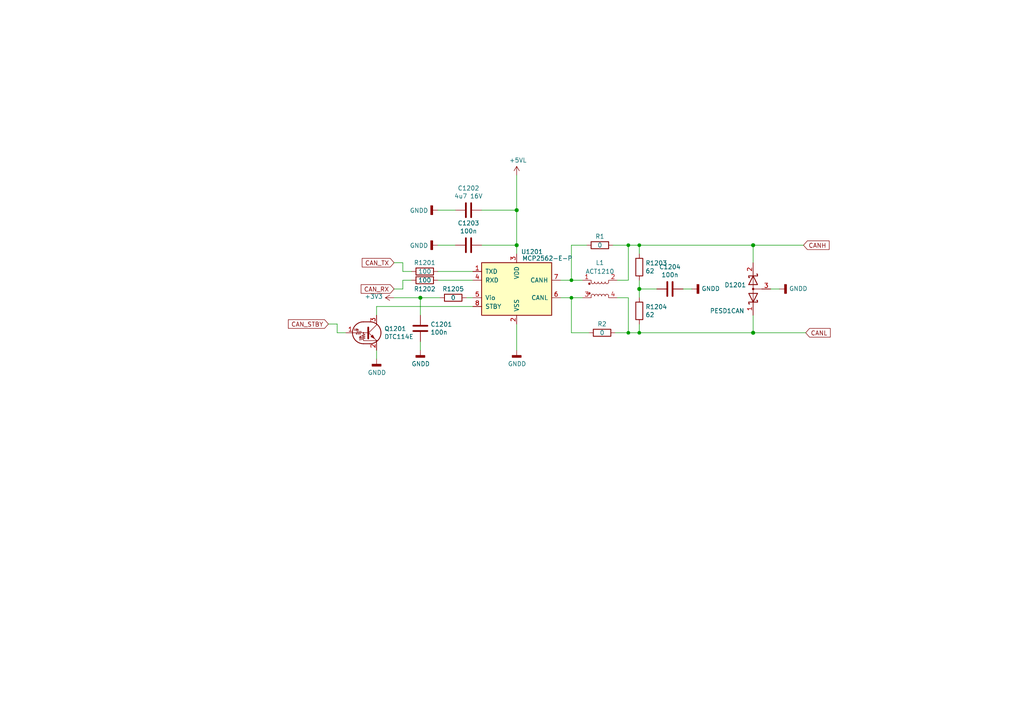
<source format=kicad_sch>
(kicad_sch (version 20211123) (generator eeschema)

  (uuid 15f83d0c-db03-4924-9ff2-ef8da436b605)

  (paper "A4")

  (lib_symbols
    (symbol "Device:C" (pin_numbers hide) (pin_names (offset 0.254)) (in_bom yes) (on_board yes)
      (property "Reference" "C" (id 0) (at 0.635 2.54 0)
        (effects (font (size 1.27 1.27)) (justify left))
      )
      (property "Value" "C" (id 1) (at 0.635 -2.54 0)
        (effects (font (size 1.27 1.27)) (justify left))
      )
      (property "Footprint" "" (id 2) (at 0.9652 -3.81 0)
        (effects (font (size 1.27 1.27)) hide)
      )
      (property "Datasheet" "~" (id 3) (at 0 0 0)
        (effects (font (size 1.27 1.27)) hide)
      )
      (property "ki_keywords" "cap capacitor" (id 4) (at 0 0 0)
        (effects (font (size 1.27 1.27)) hide)
      )
      (property "ki_description" "Unpolarized capacitor" (id 5) (at 0 0 0)
        (effects (font (size 1.27 1.27)) hide)
      )
      (property "ki_fp_filters" "C_*" (id 6) (at 0 0 0)
        (effects (font (size 1.27 1.27)) hide)
      )
      (symbol "C_0_1"
        (polyline
          (pts
            (xy -2.032 -0.762)
            (xy 2.032 -0.762)
          )
          (stroke (width 0.508) (type default) (color 0 0 0 0))
          (fill (type none))
        )
        (polyline
          (pts
            (xy -2.032 0.762)
            (xy 2.032 0.762)
          )
          (stroke (width 0.508) (type default) (color 0 0 0 0))
          (fill (type none))
        )
      )
      (symbol "C_1_1"
        (pin passive line (at 0 3.81 270) (length 2.794)
          (name "~" (effects (font (size 1.27 1.27))))
          (number "1" (effects (font (size 1.27 1.27))))
        )
        (pin passive line (at 0 -3.81 90) (length 2.794)
          (name "~" (effects (font (size 1.27 1.27))))
          (number "2" (effects (font (size 1.27 1.27))))
        )
      )
    )
    (symbol "Device:D_Schottky_x2_ACom_KKA" (pin_names (offset 0.762) hide) (in_bom yes) (on_board yes)
      (property "Reference" "D" (id 0) (at 1.27 -2.54 0)
        (effects (font (size 1.27 1.27)))
      )
      (property "Value" "D_Schottky_x2_ACom_KKA" (id 1) (at 0 2.54 0)
        (effects (font (size 1.27 1.27)))
      )
      (property "Footprint" "" (id 2) (at 0 0 0)
        (effects (font (size 1.27 1.27)) hide)
      )
      (property "Datasheet" "~" (id 3) (at 0 0 0)
        (effects (font (size 1.27 1.27)) hide)
      )
      (property "ki_keywords" "diode" (id 4) (at 0 0 0)
        (effects (font (size 1.27 1.27)) hide)
      )
      (property "ki_description" "Dual Schottky diode, common anode on pin 3" (id 5) (at 0 0 0)
        (effects (font (size 1.27 1.27)) hide)
      )
      (symbol "D_Schottky_x2_ACom_KKA_0_1"
        (polyline
          (pts
            (xy -3.556 0)
            (xy 3.81 0)
          )
          (stroke (width 0) (type default) (color 0 0 0 0))
          (fill (type none))
        )
        (polyline
          (pts
            (xy 0 0)
            (xy 0 -2.54)
          )
          (stroke (width 0) (type default) (color 0 0 0 0))
          (fill (type none))
        )
        (polyline
          (pts
            (xy -3.81 1.27)
            (xy -3.81 -1.27)
            (xy -3.81 -1.27)
          )
          (stroke (width 0.254) (type default) (color 0 0 0 0))
          (fill (type none))
        )
        (polyline
          (pts
            (xy 3.81 1.27)
            (xy 3.81 -1.27)
            (xy 3.81 -1.27)
          )
          (stroke (width 0.254) (type default) (color 0 0 0 0))
          (fill (type none))
        )
        (polyline
          (pts
            (xy -3.81 1.27)
            (xy -4.318 1.27)
            (xy -4.318 1.016)
            (xy -4.318 1.016)
          )
          (stroke (width 0.254) (type default) (color 0 0 0 0))
          (fill (type none))
        )
        (polyline
          (pts
            (xy 3.81 -1.27)
            (xy 4.318 -1.27)
            (xy 4.318 -1.016)
            (xy 4.318 -1.016)
          )
          (stroke (width 0.254) (type default) (color 0 0 0 0))
          (fill (type none))
        )
        (polyline
          (pts
            (xy 3.81 1.27)
            (xy 3.302 1.27)
            (xy 3.302 1.016)
            (xy 3.302 1.016)
          )
          (stroke (width 0.254) (type default) (color 0 0 0 0))
          (fill (type none))
        )
        (polyline
          (pts
            (xy -3.302 -1.016)
            (xy -3.302 -1.27)
            (xy -3.81 -1.27)
            (xy -3.81 -1.27)
            (xy -3.81 -1.27)
          )
          (stroke (width 0.254) (type default) (color 0 0 0 0))
          (fill (type none))
        )
        (polyline
          (pts
            (xy -1.27 -1.27)
            (xy -3.81 0)
            (xy -1.27 1.27)
            (xy -1.27 -1.27)
            (xy -1.27 -1.27)
            (xy -1.27 -1.27)
          )
          (stroke (width 0.254) (type default) (color 0 0 0 0))
          (fill (type none))
        )
        (polyline
          (pts
            (xy 1.27 1.27)
            (xy 3.81 0)
            (xy 1.27 -1.27)
            (xy 1.27 1.27)
            (xy 1.27 1.27)
            (xy 1.27 1.27)
          )
          (stroke (width 0.254) (type default) (color 0 0 0 0))
          (fill (type none))
        )
        (circle (center 0 0) (radius 0.254)
          (stroke (width 0) (type default) (color 0 0 0 0))
          (fill (type outline))
        )
        (pin passive line (at -7.62 0 0) (length 3.81)
          (name "K" (effects (font (size 1.27 1.27))))
          (number "1" (effects (font (size 1.27 1.27))))
        )
        (pin passive line (at 7.62 0 180) (length 3.81)
          (name "K" (effects (font (size 1.27 1.27))))
          (number "2" (effects (font (size 1.27 1.27))))
        )
        (pin passive line (at 0 -5.08 90) (length 2.54)
          (name "A" (effects (font (size 1.27 1.27))))
          (number "3" (effects (font (size 1.27 1.27))))
        )
      )
    )
    (symbol "Device:L_Coupled" (pin_names (offset 0.254) hide) (in_bom yes) (on_board yes)
      (property "Reference" "L" (id 0) (at 0 4.445 0)
        (effects (font (size 1.27 1.27)))
      )
      (property "Value" "L_Coupled" (id 1) (at 0 -4.445 0)
        (effects (font (size 1.27 1.27)))
      )
      (property "Footprint" "" (id 2) (at 0 0 0)
        (effects (font (size 1.27 1.27)) hide)
      )
      (property "Datasheet" "~" (id 3) (at 0 0 0)
        (effects (font (size 1.27 1.27)) hide)
      )
      (property "ki_keywords" "inductor choke coil reactor magnetic coupled" (id 4) (at 0 0 0)
        (effects (font (size 1.27 1.27)) hide)
      )
      (property "ki_description" "Coupled inductor" (id 5) (at 0 0 0)
        (effects (font (size 1.27 1.27)) hide)
      )
      (property "ki_fp_filters" "Choke_* *Coil* Inductor_* L_*" (id 6) (at 0 0 0)
        (effects (font (size 1.27 1.27)) hide)
      )
      (symbol "L_Coupled_0_1"
        (circle (center -3.048 -1.27) (radius 0.254)
          (stroke (width 0) (type default) (color 0 0 0 0))
          (fill (type outline))
        )
        (circle (center -3.048 1.524) (radius 0.254)
          (stroke (width 0) (type default) (color 0 0 0 0))
          (fill (type outline))
        )
        (arc (start -2.54 2.032) (mid -2.032 1.524) (end -1.524 2.032)
          (stroke (width 0) (type default) (color 0 0 0 0))
          (fill (type none))
        )
        (arc (start -1.524 -2.032) (mid -2.032 -1.524) (end -2.54 -2.032)
          (stroke (width 0) (type default) (color 0 0 0 0))
          (fill (type none))
        )
        (arc (start -1.524 2.032) (mid -1.016 1.524) (end -0.508 2.032)
          (stroke (width 0) (type default) (color 0 0 0 0))
          (fill (type none))
        )
        (arc (start -0.508 -2.032) (mid -1.016 -1.524) (end -1.524 -2.032)
          (stroke (width 0) (type default) (color 0 0 0 0))
          (fill (type none))
        )
        (arc (start -0.508 2.032) (mid 0 1.524) (end 0.508 2.032)
          (stroke (width 0) (type default) (color 0 0 0 0))
          (fill (type none))
        )
        (polyline
          (pts
            (xy -2.54 -2.032)
            (xy -2.54 -2.54)
          )
          (stroke (width 0) (type default) (color 0 0 0 0))
          (fill (type none))
        )
        (polyline
          (pts
            (xy -2.54 2.032)
            (xy -2.54 2.54)
          )
          (stroke (width 0) (type default) (color 0 0 0 0))
          (fill (type none))
        )
        (polyline
          (pts
            (xy 2.54 -2.032)
            (xy 2.54 -2.54)
          )
          (stroke (width 0) (type default) (color 0 0 0 0))
          (fill (type none))
        )
        (polyline
          (pts
            (xy 2.54 2.54)
            (xy 2.54 2.032)
          )
          (stroke (width 0) (type default) (color 0 0 0 0))
          (fill (type none))
        )
        (arc (start 0.508 -2.032) (mid 0 -1.524) (end -0.508 -2.032)
          (stroke (width 0) (type default) (color 0 0 0 0))
          (fill (type none))
        )
        (arc (start 0.508 2.032) (mid 1.016 1.524) (end 1.524 2.032)
          (stroke (width 0) (type default) (color 0 0 0 0))
          (fill (type none))
        )
        (arc (start 1.524 -2.032) (mid 1.016 -1.524) (end 0.508 -2.032)
          (stroke (width 0) (type default) (color 0 0 0 0))
          (fill (type none))
        )
        (arc (start 1.524 2.032) (mid 2.032 1.524) (end 2.54 2.032)
          (stroke (width 0) (type default) (color 0 0 0 0))
          (fill (type none))
        )
        (arc (start 2.54 -2.032) (mid 2.032 -1.524) (end 1.524 -2.032)
          (stroke (width 0) (type default) (color 0 0 0 0))
          (fill (type none))
        )
      )
      (symbol "L_Coupled_1_1"
        (pin passive line (at -5.08 2.54 0) (length 2.54)
          (name "1" (effects (font (size 1.27 1.27))))
          (number "1" (effects (font (size 1.27 1.27))))
        )
        (pin passive line (at 5.08 2.54 180) (length 2.54)
          (name "2" (effects (font (size 1.27 1.27))))
          (number "2" (effects (font (size 1.27 1.27))))
        )
        (pin passive line (at -5.08 -2.54 0) (length 2.54)
          (name "3" (effects (font (size 1.27 1.27))))
          (number "3" (effects (font (size 1.27 1.27))))
        )
        (pin passive line (at 5.08 -2.54 180) (length 2.54)
          (name "4" (effects (font (size 1.27 1.27))))
          (number "4" (effects (font (size 1.27 1.27))))
        )
      )
    )
    (symbol "Device:R" (pin_numbers hide) (pin_names (offset 0)) (in_bom yes) (on_board yes)
      (property "Reference" "R" (id 0) (at 2.032 0 90)
        (effects (font (size 1.27 1.27)))
      )
      (property "Value" "R" (id 1) (at 0 0 90)
        (effects (font (size 1.27 1.27)))
      )
      (property "Footprint" "" (id 2) (at -1.778 0 90)
        (effects (font (size 1.27 1.27)) hide)
      )
      (property "Datasheet" "~" (id 3) (at 0 0 0)
        (effects (font (size 1.27 1.27)) hide)
      )
      (property "ki_keywords" "R res resistor" (id 4) (at 0 0 0)
        (effects (font (size 1.27 1.27)) hide)
      )
      (property "ki_description" "Resistor" (id 5) (at 0 0 0)
        (effects (font (size 1.27 1.27)) hide)
      )
      (property "ki_fp_filters" "R_*" (id 6) (at 0 0 0)
        (effects (font (size 1.27 1.27)) hide)
      )
      (symbol "R_0_1"
        (rectangle (start -1.016 -2.54) (end 1.016 2.54)
          (stroke (width 0.254) (type default) (color 0 0 0 0))
          (fill (type none))
        )
      )
      (symbol "R_1_1"
        (pin passive line (at 0 3.81 270) (length 1.27)
          (name "~" (effects (font (size 1.27 1.27))))
          (number "1" (effects (font (size 1.27 1.27))))
        )
        (pin passive line (at 0 -3.81 90) (length 1.27)
          (name "~" (effects (font (size 1.27 1.27))))
          (number "2" (effects (font (size 1.27 1.27))))
        )
      )
    )
    (symbol "Interface_CAN_LIN:MCP2562-E-P" (pin_names (offset 1.016)) (in_bom yes) (on_board yes)
      (property "Reference" "U" (id 0) (at -10.16 8.89 0)
        (effects (font (size 1.27 1.27)) (justify left))
      )
      (property "Value" "MCP2562-E-P" (id 1) (at 2.54 8.89 0)
        (effects (font (size 1.27 1.27)) (justify left))
      )
      (property "Footprint" "Package_DIP:DIP-8_W7.62mm" (id 2) (at 0 -12.7 0)
        (effects (font (size 1.27 1.27) italic) hide)
      )
      (property "Datasheet" "http://ww1.microchip.com/downloads/en/DeviceDoc/25167A.pdf" (id 3) (at 0 0 0)
        (effects (font (size 1.27 1.27)) hide)
      )
      (property "ki_keywords" "High-Speed CAN Transceiver" (id 4) (at 0 0 0)
        (effects (font (size 1.27 1.27)) hide)
      )
      (property "ki_description" "High-Speed CAN Transceiver, 1Mbps, 5V supply, Vio pin, -40C to +125C, DIP-8" (id 5) (at 0 0 0)
        (effects (font (size 1.27 1.27)) hide)
      )
      (property "ki_fp_filters" "DIP*W7.62mm*" (id 6) (at 0 0 0)
        (effects (font (size 1.27 1.27)) hide)
      )
      (symbol "MCP2562-E-P_0_1"
        (rectangle (start -10.16 7.62) (end 10.16 -7.62)
          (stroke (width 0.254) (type default) (color 0 0 0 0))
          (fill (type background))
        )
      )
      (symbol "MCP2562-E-P_1_1"
        (pin input line (at -12.7 5.08 0) (length 2.54)
          (name "TXD" (effects (font (size 1.27 1.27))))
          (number "1" (effects (font (size 1.27 1.27))))
        )
        (pin power_in line (at 0 -10.16 90) (length 2.54)
          (name "VSS" (effects (font (size 1.27 1.27))))
          (number "2" (effects (font (size 1.27 1.27))))
        )
        (pin power_in line (at 0 10.16 270) (length 2.54)
          (name "VDD" (effects (font (size 1.27 1.27))))
          (number "3" (effects (font (size 1.27 1.27))))
        )
        (pin output line (at -12.7 2.54 0) (length 2.54)
          (name "RXD" (effects (font (size 1.27 1.27))))
          (number "4" (effects (font (size 1.27 1.27))))
        )
        (pin power_in line (at -12.7 -2.54 0) (length 2.54)
          (name "Vio" (effects (font (size 1.27 1.27))))
          (number "5" (effects (font (size 1.27 1.27))))
        )
        (pin bidirectional line (at 12.7 -2.54 180) (length 2.54)
          (name "CANL" (effects (font (size 1.27 1.27))))
          (number "6" (effects (font (size 1.27 1.27))))
        )
        (pin bidirectional line (at 12.7 2.54 180) (length 2.54)
          (name "CANH" (effects (font (size 1.27 1.27))))
          (number "7" (effects (font (size 1.27 1.27))))
        )
        (pin input line (at -12.7 -5.08 0) (length 2.54)
          (name "STBY" (effects (font (size 1.27 1.27))))
          (number "8" (effects (font (size 1.27 1.27))))
        )
      )
    )
    (symbol "Transistor_BJT:DTC114E" (pin_names (offset 0) hide) (in_bom yes) (on_board yes)
      (property "Reference" "Q" (id 0) (at 5.08 1.905 0)
        (effects (font (size 1.27 1.27)) (justify left))
      )
      (property "Value" "DTC114E" (id 1) (at 5.08 0 0)
        (effects (font (size 1.27 1.27)) (justify left))
      )
      (property "Footprint" "" (id 2) (at 0 0 0)
        (effects (font (size 1.27 1.27)) (justify left) hide)
      )
      (property "Datasheet" "" (id 3) (at 0 0 0)
        (effects (font (size 1.27 1.27)) (justify left) hide)
      )
      (property "ki_keywords" "ROHM Digital NPN Transistor" (id 4) (at 0 0 0)
        (effects (font (size 1.27 1.27)) hide)
      )
      (property "ki_description" "Digital NPN Transistor, 10k/10k, SOT-23" (id 5) (at 0 0 0)
        (effects (font (size 1.27 1.27)) hide)
      )
      (property "ki_fp_filters" "SOT?23* SC?59*" (id 6) (at 0 0 0)
        (effects (font (size 1.27 1.27)) hide)
      )
      (symbol "DTC114E_0_0"
        (text "10k" (at -3.302 0.889 0)
          (effects (font (size 0.508 0.508)))
        )
        (text "10k" (at -2.159 -1.524 900)
          (effects (font (size 0.508 0.508)))
        )
      )
      (symbol "DTC114E_0_1"
        (circle (center -1.27 0) (radius 0.127)
          (stroke (width 0) (type default) (color 0 0 0 0))
          (fill (type none))
        )
        (arc (start -1.27 3.175) (mid -4.445 0) (end -1.27 -3.175)
          (stroke (width 0.254) (type default) (color 0 0 0 0))
          (fill (type none))
        )
        (polyline
          (pts
            (xy -3.429 0)
            (xy -3.81 0)
          )
          (stroke (width 0) (type default) (color 0 0 0 0))
          (fill (type none))
        )
        (polyline
          (pts
            (xy -1.27 -3.175)
            (xy 0.635 -3.175)
          )
          (stroke (width 0.254) (type default) (color 0 0 0 0))
          (fill (type none))
        )
        (polyline
          (pts
            (xy -1.27 3.175)
            (xy 0.635 3.175)
          )
          (stroke (width 0.254) (type default) (color 0 0 0 0))
          (fill (type none))
        )
        (polyline
          (pts
            (xy 0 -0.254)
            (xy 2.54 2.286)
          )
          (stroke (width 0) (type default) (color 0 0 0 0))
          (fill (type none))
        )
        (polyline
          (pts
            (xy 0.127 1.524)
            (xy 0.127 -1.651)
          )
          (stroke (width 0.508) (type default) (color 0 0 0 0))
          (fill (type outline))
        )
        (polyline
          (pts
            (xy 2.54 2.286)
            (xy 2.54 2.54)
          )
          (stroke (width 0) (type default) (color 0 0 0 0))
          (fill (type none))
        )
        (polyline
          (pts
            (xy 2.54 -2.286)
            (xy 0 0.254)
            (xy 0 0.254)
          )
          (stroke (width 0) (type default) (color 0 0 0 0))
          (fill (type none))
        )
        (polyline
          (pts
            (xy 0.889 -1.143)
            (xy 1.397 -0.635)
            (xy 1.905 -1.651)
            (xy 0.889 -1.143)
          )
          (stroke (width 0) (type default) (color 0 0 0 0))
          (fill (type outline))
        )
        (polyline
          (pts
            (xy 0 0)
            (xy -1.905 0)
            (xy -2.032 0.508)
            (xy -2.286 -0.508)
            (xy -2.54 0.508)
            (xy -2.794 -0.508)
            (xy -3.048 0.508)
            (xy -3.302 -0.508)
            (xy -3.429 0)
          )
          (stroke (width 0) (type default) (color 0 0 0 0))
          (fill (type none))
        )
        (polyline
          (pts
            (xy -1.27 0)
            (xy -1.27 -0.381)
            (xy -0.762 -0.508)
            (xy -1.778 -0.762)
            (xy -0.762 -1.016)
            (xy -1.778 -1.27)
            (xy -0.762 -1.524)
            (xy -1.778 -1.778)
            (xy -1.27 -1.905)
            (xy -1.27 -2.286)
            (xy 2.54 -2.286)
          )
          (stroke (width 0) (type default) (color 0 0 0 0))
          (fill (type none))
        )
        (arc (start 0.635 -3.175) (mid 3.81 0) (end 0.635 3.175)
          (stroke (width 0.254) (type default) (color 0 0 0 0))
          (fill (type none))
        )
        (circle (center 2.54 -2.286) (radius 0.127)
          (stroke (width 0) (type default) (color 0 0 0 0))
          (fill (type none))
        )
      )
      (symbol "DTC114E_1_1"
        (pin input line (at -6.35 0 0) (length 2.54)
          (name "B" (effects (font (size 1.27 1.27))))
          (number "1" (effects (font (size 1.27 1.27))))
        )
        (pin passive line (at 2.54 -5.08 90) (length 2.54)
          (name "E" (effects (font (size 1.27 1.27))))
          (number "2" (effects (font (size 1.27 1.27))))
        )
        (pin passive line (at 2.54 5.08 270) (length 2.54)
          (name "C" (effects (font (size 1.27 1.27))))
          (number "3" (effects (font (size 1.27 1.27))))
        )
      )
    )
    (symbol "power:+3V3" (power) (pin_names (offset 0)) (in_bom yes) (on_board yes)
      (property "Reference" "#PWR" (id 0) (at 0 -3.81 0)
        (effects (font (size 1.27 1.27)) hide)
      )
      (property "Value" "+3V3" (id 1) (at 0 3.556 0)
        (effects (font (size 1.27 1.27)))
      )
      (property "Footprint" "" (id 2) (at 0 0 0)
        (effects (font (size 1.27 1.27)) hide)
      )
      (property "Datasheet" "" (id 3) (at 0 0 0)
        (effects (font (size 1.27 1.27)) hide)
      )
      (property "ki_keywords" "power-flag" (id 4) (at 0 0 0)
        (effects (font (size 1.27 1.27)) hide)
      )
      (property "ki_description" "Power symbol creates a global label with name \"+3V3\"" (id 5) (at 0 0 0)
        (effects (font (size 1.27 1.27)) hide)
      )
      (symbol "+3V3_0_1"
        (polyline
          (pts
            (xy -0.762 1.27)
            (xy 0 2.54)
          )
          (stroke (width 0) (type default) (color 0 0 0 0))
          (fill (type none))
        )
        (polyline
          (pts
            (xy 0 0)
            (xy 0 2.54)
          )
          (stroke (width 0) (type default) (color 0 0 0 0))
          (fill (type none))
        )
        (polyline
          (pts
            (xy 0 2.54)
            (xy 0.762 1.27)
          )
          (stroke (width 0) (type default) (color 0 0 0 0))
          (fill (type none))
        )
      )
      (symbol "+3V3_1_1"
        (pin power_in line (at 0 0 90) (length 0) hide
          (name "+3V3" (effects (font (size 1.27 1.27))))
          (number "1" (effects (font (size 1.27 1.27))))
        )
      )
    )
    (symbol "power:+5VL" (power) (pin_names (offset 0)) (in_bom yes) (on_board yes)
      (property "Reference" "#PWR" (id 0) (at 0 -3.81 0)
        (effects (font (size 1.27 1.27)) hide)
      )
      (property "Value" "+5VL" (id 1) (at 0 3.556 0)
        (effects (font (size 1.27 1.27)))
      )
      (property "Footprint" "" (id 2) (at 0 0 0)
        (effects (font (size 1.27 1.27)) hide)
      )
      (property "Datasheet" "" (id 3) (at 0 0 0)
        (effects (font (size 1.27 1.27)) hide)
      )
      (property "ki_keywords" "power-flag" (id 4) (at 0 0 0)
        (effects (font (size 1.27 1.27)) hide)
      )
      (property "ki_description" "Power symbol creates a global label with name \"+5VL\"" (id 5) (at 0 0 0)
        (effects (font (size 1.27 1.27)) hide)
      )
      (symbol "+5VL_0_1"
        (polyline
          (pts
            (xy -0.762 1.27)
            (xy 0 2.54)
          )
          (stroke (width 0) (type default) (color 0 0 0 0))
          (fill (type none))
        )
        (polyline
          (pts
            (xy 0 0)
            (xy 0 2.54)
          )
          (stroke (width 0) (type default) (color 0 0 0 0))
          (fill (type none))
        )
        (polyline
          (pts
            (xy 0 2.54)
            (xy 0.762 1.27)
          )
          (stroke (width 0) (type default) (color 0 0 0 0))
          (fill (type none))
        )
      )
      (symbol "+5VL_1_1"
        (pin power_in line (at 0 0 90) (length 0) hide
          (name "+5VL" (effects (font (size 1.27 1.27))))
          (number "1" (effects (font (size 1.27 1.27))))
        )
      )
    )
    (symbol "power:GNDD" (power) (pin_names (offset 0)) (in_bom yes) (on_board yes)
      (property "Reference" "#PWR" (id 0) (at 0 -6.35 0)
        (effects (font (size 1.27 1.27)) hide)
      )
      (property "Value" "GNDD" (id 1) (at 0 -3.175 0)
        (effects (font (size 1.27 1.27)))
      )
      (property "Footprint" "" (id 2) (at 0 0 0)
        (effects (font (size 1.27 1.27)) hide)
      )
      (property "Datasheet" "" (id 3) (at 0 0 0)
        (effects (font (size 1.27 1.27)) hide)
      )
      (property "ki_keywords" "power-flag" (id 4) (at 0 0 0)
        (effects (font (size 1.27 1.27)) hide)
      )
      (property "ki_description" "Power symbol creates a global label with name \"GNDD\" , digital ground" (id 5) (at 0 0 0)
        (effects (font (size 1.27 1.27)) hide)
      )
      (symbol "GNDD_0_1"
        (rectangle (start -1.27 -1.524) (end 1.27 -2.032)
          (stroke (width 0.254) (type default) (color 0 0 0 0))
          (fill (type outline))
        )
        (polyline
          (pts
            (xy 0 0)
            (xy 0 -1.524)
          )
          (stroke (width 0) (type default) (color 0 0 0 0))
          (fill (type none))
        )
      )
      (symbol "GNDD_1_1"
        (pin power_in line (at 0 0 270) (length 0) hide
          (name "GNDD" (effects (font (size 1.27 1.27))))
          (number "1" (effects (font (size 1.27 1.27))))
        )
      )
    )
  )

  (junction (at 182.245 96.52) (diameter 0) (color 0 0 0 0)
    (uuid 40c8e655-7341-4885-8c8d-7b5167388112)
  )
  (junction (at 165.735 81.28) (diameter 0) (color 0 0 0 0)
    (uuid 424f4081-7ea5-4682-9340-63ad3b63825a)
  )
  (junction (at 165.735 86.36) (diameter 0) (color 0 0 0 0)
    (uuid 534369cd-0130-4870-b9b2-eeaea5bdaf34)
  )
  (junction (at 218.44 96.52) (diameter 1.016) (color 0 0 0 0)
    (uuid 579729ba-6b2c-4fb1-bf6f-1ae1a84fcc04)
  )
  (junction (at 218.44 71.12) (diameter 1.016) (color 0 0 0 0)
    (uuid 61f4e7f9-83ae-434a-8197-1793ca31e5d3)
  )
  (junction (at 185.42 71.12) (diameter 0) (color 0 0 0 0)
    (uuid 63d618ab-b14e-4d8b-b4b9-93250a810480)
  )
  (junction (at 149.86 60.96) (diameter 1.016) (color 0 0 0 0)
    (uuid 719421a3-64ab-42be-82c4-287bbaf79c49)
  )
  (junction (at 149.86 71.12) (diameter 1.016) (color 0 0 0 0)
    (uuid 8a319a49-da7c-4605-9edc-b6b88d6dcace)
  )
  (junction (at 185.42 96.52) (diameter 0) (color 0 0 0 0)
    (uuid c861cf8a-31e4-47f9-9d70-ba48e4f39ce1)
  )
  (junction (at 121.92 86.36) (diameter 1.016) (color 0 0 0 0)
    (uuid e69e58e8-a6b9-465f-ac96-56108c089b42)
  )
  (junction (at 185.42 83.82) (diameter 1.016) (color 0 0 0 0)
    (uuid ea452b47-2f32-4dcb-9278-cfa8a910bc64)
  )
  (junction (at 182.245 71.12) (diameter 0) (color 0 0 0 0)
    (uuid f5fd901d-bb62-4aaa-95cf-27f5d0887927)
  )

  (wire (pts (xy 162.56 86.36) (xy 165.735 86.36))
    (stroke (width 0) (type solid) (color 0 0 0 0))
    (uuid 0d9b90bc-2f75-423d-b0dc-65f8ab62b3a8)
  )
  (wire (pts (xy 165.735 86.36) (xy 168.91 86.36))
    (stroke (width 0) (type solid) (color 0 0 0 0))
    (uuid 0d9b90bc-2f75-423d-b0dc-65f8ab62b3a9)
  )
  (wire (pts (xy 95.25 93.98) (xy 97.79 93.98))
    (stroke (width 0) (type solid) (color 0 0 0 0))
    (uuid 192f7d9b-7db2-44a5-b8dc-c2de99f80ae4)
  )
  (wire (pts (xy 190.5 83.82) (xy 185.42 83.82))
    (stroke (width 0) (type solid) (color 0 0 0 0))
    (uuid 1c1f603b-2094-43c4-a699-d36bb664edfd)
  )
  (wire (pts (xy 132.08 60.96) (xy 127 60.96))
    (stroke (width 0) (type solid) (color 0 0 0 0))
    (uuid 23586062-e8dc-4c32-aa04-fd54522ac330)
  )
  (wire (pts (xy 218.44 96.52) (xy 233.68 96.52))
    (stroke (width 0) (type solid) (color 0 0 0 0))
    (uuid 24869e35-72f4-4186-a3bc-a2b8cd86ac92)
  )
  (wire (pts (xy 121.92 99.06) (xy 121.92 101.6))
    (stroke (width 0) (type solid) (color 0 0 0 0))
    (uuid 280791f6-f3fc-4816-b352-d6af85c49bd5)
  )
  (wire (pts (xy 185.42 71.12) (xy 185.42 73.66))
    (stroke (width 0) (type solid) (color 0 0 0 0))
    (uuid 33d02b63-81b5-45a2-a45a-efb3061e3ab2)
  )
  (wire (pts (xy 218.44 71.12) (xy 185.42 71.12))
    (stroke (width 0) (type solid) (color 0 0 0 0))
    (uuid 375ff0d7-fe3d-49d7-b98a-8471d8c09af5)
  )
  (wire (pts (xy 109.22 88.9) (xy 109.22 91.44))
    (stroke (width 0) (type solid) (color 0 0 0 0))
    (uuid 378379a8-eebe-4bd0-93cb-8e2fb5fe838d)
  )
  (wire (pts (xy 182.245 71.12) (xy 185.42 71.12))
    (stroke (width 0) (type solid) (color 0 0 0 0))
    (uuid 3940b8e0-d8be-449e-bfb0-e179723e3da6)
  )
  (wire (pts (xy 114.3 76.2) (xy 116.84 76.2))
    (stroke (width 0) (type solid) (color 0 0 0 0))
    (uuid 3ba8dd9e-4b70-450a-84f3-d798a63afe19)
  )
  (wire (pts (xy 179.07 81.28) (xy 182.245 81.28))
    (stroke (width 0) (type solid) (color 0 0 0 0))
    (uuid 434feaa0-7811-48c6-a3a3-4566e43ddb21)
  )
  (wire (pts (xy 182.245 81.28) (xy 182.245 71.12))
    (stroke (width 0) (type solid) (color 0 0 0 0))
    (uuid 434feaa0-7811-48c6-a3a3-4566e43ddb22)
  )
  (wire (pts (xy 165.735 71.12) (xy 165.735 81.28))
    (stroke (width 0) (type solid) (color 0 0 0 0))
    (uuid 43edc818-a7df-4eb8-a335-d81a65fee33b)
  )
  (wire (pts (xy 178.435 96.52) (xy 182.245 96.52))
    (stroke (width 0) (type solid) (color 0 0 0 0))
    (uuid 4b175004-b5de-466e-918d-3b92266ce3fb)
  )
  (wire (pts (xy 114.3 83.82) (xy 116.84 83.82))
    (stroke (width 0) (type solid) (color 0 0 0 0))
    (uuid 4d13f567-8916-4fdf-9fed-4635ed9a0050)
  )
  (wire (pts (xy 137.16 88.9) (xy 109.22 88.9))
    (stroke (width 0) (type solid) (color 0 0 0 0))
    (uuid 4fbaab0c-328b-4f45-b309-afeefbe133dc)
  )
  (wire (pts (xy 218.44 76.2) (xy 218.44 71.12))
    (stroke (width 0) (type solid) (color 0 0 0 0))
    (uuid 5131c30c-f133-4c25-9be0-11cb157e0207)
  )
  (wire (pts (xy 149.86 71.12) (xy 149.86 73.66))
    (stroke (width 0) (type solid) (color 0 0 0 0))
    (uuid 5591d041-72d4-4d6e-a5c7-664e32f7817a)
  )
  (wire (pts (xy 97.79 96.52) (xy 100.33 96.52))
    (stroke (width 0) (type solid) (color 0 0 0 0))
    (uuid 61599d9f-0edc-4b69-8f2b-5cd929ddcb16)
  )
  (wire (pts (xy 121.92 86.36) (xy 121.92 91.44))
    (stroke (width 0) (type solid) (color 0 0 0 0))
    (uuid 68e586fe-546c-43f5-8b11-9a4efc100911)
  )
  (wire (pts (xy 139.7 60.96) (xy 149.86 60.96))
    (stroke (width 0) (type solid) (color 0 0 0 0))
    (uuid 6edd7275-3972-4175-b12e-8ba65877ccee)
  )
  (wire (pts (xy 149.86 60.96) (xy 149.86 71.12))
    (stroke (width 0) (type solid) (color 0 0 0 0))
    (uuid 7bdcf942-dad6-4880-b18d-a02237b01dd5)
  )
  (wire (pts (xy 135.255 86.36) (xy 137.16 86.36))
    (stroke (width 0) (type solid) (color 0 0 0 0))
    (uuid 8219bdc7-69a5-45dd-9950-84cf5f4dae06)
  )
  (wire (pts (xy 114.3 86.36) (xy 121.92 86.36))
    (stroke (width 0) (type solid) (color 0 0 0 0))
    (uuid 899aa9f8-2439-4098-afbf-1184cc3480e1)
  )
  (wire (pts (xy 177.8 71.12) (xy 182.245 71.12))
    (stroke (width 0) (type solid) (color 0 0 0 0))
    (uuid 8a696076-6aff-4b75-b6a4-5dcf712a8fea)
  )
  (wire (pts (xy 226.06 83.82) (xy 223.52 83.82))
    (stroke (width 0) (type solid) (color 0 0 0 0))
    (uuid 8bf5be56-f299-49fb-81d4-b5c0c9035393)
  )
  (wire (pts (xy 218.44 71.12) (xy 233.045 71.12))
    (stroke (width 0) (type solid) (color 0 0 0 0))
    (uuid 8f58bf01-c9fd-4877-aaaf-ed72a1fb669a)
  )
  (wire (pts (xy 97.79 93.98) (xy 97.79 96.52))
    (stroke (width 0) (type solid) (color 0 0 0 0))
    (uuid 8fddaafc-7baa-46cb-a1aa-429aad63d29d)
  )
  (wire (pts (xy 185.42 96.52) (xy 185.42 93.98))
    (stroke (width 0) (type solid) (color 0 0 0 0))
    (uuid 97b796c5-518d-48a8-95c2-45d048d3cede)
  )
  (wire (pts (xy 132.08 71.12) (xy 127 71.12))
    (stroke (width 0) (type solid) (color 0 0 0 0))
    (uuid 9e72423c-7d58-4d4b-90cd-2eb3bbf02cb8)
  )
  (wire (pts (xy 182.245 96.52) (xy 185.42 96.52))
    (stroke (width 0) (type solid) (color 0 0 0 0))
    (uuid aec16eac-f5e1-47bd-82e6-f64d7e48a537)
  )
  (wire (pts (xy 116.84 76.2) (xy 116.84 78.74))
    (stroke (width 0) (type solid) (color 0 0 0 0))
    (uuid b454f7e1-0893-40fc-966b-917b66784d58)
  )
  (wire (pts (xy 109.22 101.6) (xy 109.22 104.14))
    (stroke (width 0) (type solid) (color 0 0 0 0))
    (uuid b91f8e25-beef-45c2-8af0-5d5eae04f74c)
  )
  (wire (pts (xy 200.66 83.82) (xy 198.12 83.82))
    (stroke (width 0) (type solid) (color 0 0 0 0))
    (uuid c6c2cf16-3f49-43ed-a846-662f520cd81a)
  )
  (wire (pts (xy 116.84 78.74) (xy 119.38 78.74))
    (stroke (width 0) (type solid) (color 0 0 0 0))
    (uuid cab61576-d076-43eb-88f0-56af87c1f06c)
  )
  (wire (pts (xy 170.18 71.12) (xy 165.735 71.12))
    (stroke (width 0) (type solid) (color 0 0 0 0))
    (uuid cc61fbcb-5693-4c79-ada9-5162ce2aed35)
  )
  (wire (pts (xy 165.735 86.36) (xy 165.735 96.52))
    (stroke (width 0) (type solid) (color 0 0 0 0))
    (uuid d166f835-970e-4639-a84c-2a09958a12e9)
  )
  (wire (pts (xy 170.815 96.52) (xy 165.735 96.52))
    (stroke (width 0) (type solid) (color 0 0 0 0))
    (uuid d3dada30-8552-4289-a141-ab2e47086839)
  )
  (wire (pts (xy 121.92 86.36) (xy 127.635 86.36))
    (stroke (width 0) (type solid) (color 0 0 0 0))
    (uuid d47b19a2-9f9a-4e6b-9ba8-b0a06921f225)
  )
  (wire (pts (xy 218.44 96.52) (xy 185.42 96.52))
    (stroke (width 0) (type solid) (color 0 0 0 0))
    (uuid d665820e-426b-4e7e-b783-8edc463cb865)
  )
  (wire (pts (xy 185.42 81.28) (xy 185.42 83.82))
    (stroke (width 0) (type solid) (color 0 0 0 0))
    (uuid d97c3f56-b82c-4a19-b78c-02523352108e)
  )
  (wire (pts (xy 149.86 50.8) (xy 149.86 60.96))
    (stroke (width 0) (type solid) (color 0 0 0 0))
    (uuid dc14138d-7952-4950-abc0-c7c7d8c15797)
  )
  (wire (pts (xy 149.86 101.6) (xy 149.86 93.98))
    (stroke (width 0) (type solid) (color 0 0 0 0))
    (uuid de742e32-2aeb-4885-827d-dcadc74bbdc5)
  )
  (wire (pts (xy 185.42 83.82) (xy 185.42 86.36))
    (stroke (width 0) (type solid) (color 0 0 0 0))
    (uuid e107784f-0014-430c-a8ba-da5dcbfa110f)
  )
  (wire (pts (xy 116.84 81.28) (xy 119.38 81.28))
    (stroke (width 0) (type solid) (color 0 0 0 0))
    (uuid e1b60110-e15a-44fb-9bb4-1e36e2e11fb9)
  )
  (wire (pts (xy 179.07 86.36) (xy 182.245 86.36))
    (stroke (width 0) (type solid) (color 0 0 0 0))
    (uuid e97183b9-0e86-4942-a7e0-4f07a19538fd)
  )
  (wire (pts (xy 182.245 86.36) (xy 182.245 96.52))
    (stroke (width 0) (type solid) (color 0 0 0 0))
    (uuid e97183b9-0e86-4942-a7e0-4f07a19538fe)
  )
  (wire (pts (xy 162.56 81.28) (xy 165.735 81.28))
    (stroke (width 0) (type solid) (color 0 0 0 0))
    (uuid ebe52962-7df3-4464-ad03-30a1127465c7)
  )
  (wire (pts (xy 165.735 81.28) (xy 168.91 81.28))
    (stroke (width 0) (type solid) (color 0 0 0 0))
    (uuid ebe52962-7df3-4464-ad03-30a1127465c8)
  )
  (wire (pts (xy 116.84 83.82) (xy 116.84 81.28))
    (stroke (width 0) (type solid) (color 0 0 0 0))
    (uuid eec4c6ea-ba1e-4d68-8385-d27e0e28d9d2)
  )
  (wire (pts (xy 127 81.28) (xy 137.16 81.28))
    (stroke (width 0) (type solid) (color 0 0 0 0))
    (uuid f4a62a1f-2e7a-495b-be31-4a536b7c3fa7)
  )
  (wire (pts (xy 218.44 91.44) (xy 218.44 96.52))
    (stroke (width 0) (type solid) (color 0 0 0 0))
    (uuid f5ded51a-cda0-4545-9746-90d10d676c90)
  )
  (wire (pts (xy 139.7 71.12) (xy 149.86 71.12))
    (stroke (width 0) (type solid) (color 0 0 0 0))
    (uuid fc5879f9-d62f-4a5d-9a22-6a6dd980003f)
  )
  (wire (pts (xy 127 78.74) (xy 137.16 78.74))
    (stroke (width 0) (type solid) (color 0 0 0 0))
    (uuid fe109981-4c07-4274-a314-940e02682d98)
  )

  (global_label "CANH" (shape input) (at 233.045 71.12 0) (fields_autoplaced)
    (effects (font (size 1.27 1.27)) (justify left))
    (uuid 79cdc0c3-22f4-40fb-a4e1-c81f45597fdf)
    (property "Intersheet References" "${INTERSHEET_REFS}" (id 0) (at 240.4776 71.0406 0)
      (effects (font (size 1.27 1.27)) (justify left) hide)
    )
  )
  (global_label "CAN_RX" (shape input) (at 114.3 83.82 180)
    (effects (font (size 1.27 1.27)) (justify right))
    (uuid 805bd284-8816-485a-aef2-5540aaa79968)
    (property "Intersheet References" "${INTERSHEET_REFS}" (id 0) (at 115.2133 83.7406 0)
      (effects (font (size 1.27 1.27)) (justify left) hide)
    )
  )
  (global_label "CAN_TX" (shape input) (at 114.3 76.2 180)
    (effects (font (size 1.27 1.27)) (justify right))
    (uuid a9157d90-08fb-4e29-93c4-6b5ff88ebc9d)
    (property "Intersheet References" "${INTERSHEET_REFS}" (id 0) (at 114.9109 76.1206 0)
      (effects (font (size 1.27 1.27)) (justify left) hide)
    )
  )
  (global_label "CANL" (shape input) (at 233.68 96.52 0) (fields_autoplaced)
    (effects (font (size 1.27 1.27)) (justify left))
    (uuid bf62e36c-f08e-4d14-b309-197e04cfb6e0)
    (property "Intersheet References" "${INTERSHEET_REFS}" (id 0) (at 240.8102 96.4406 0)
      (effects (font (size 1.27 1.27)) (justify left) hide)
    )
  )
  (global_label "CAN_STBY" (shape input) (at 95.25 93.98 180)
    (effects (font (size 1.27 1.27)) (justify right))
    (uuid cf9d810b-3c99-4dde-8e66-c0578192e6d6)
    (property "Intersheet References" "${INTERSHEET_REFS}" (id 0) (at 82.1205 93.9006 0)
      (effects (font (size 1.27 1.27)) (justify right) hide)
    )
  )

  (symbol (lib_id "Interface_CAN_LIN:MCP2562-E-P") (at 149.86 83.82 0) (unit 1)
    (in_bom yes) (on_board yes)
    (uuid 00000000-0000-0000-0000-0000605a7634)
    (property "Reference" "U1201" (id 0) (at 154.305 73.025 0))
    (property "Value" "MCP2562-E-P" (id 1) (at 158.75 74.93 0))
    (property "Footprint" "Package_SO:SOIC-8_3.9x4.9mm_P1.27mm" (id 2) (at 149.86 96.52 0)
      (effects (font (size 1.27 1.27) italic) hide)
    )
    (property "Datasheet" "http://ww1.microchip.com/downloads/en/DeviceDoc/25167A.pdf" (id 3) (at 149.86 83.82 0)
      (effects (font (size 1.27 1.27)) hide)
    )
    (pin "1" (uuid 504f120f-a191-47b8-8d08-056095e71a11))
    (pin "2" (uuid 9c7415c9-daff-44f4-87a3-9f5cb1c0b15d))
    (pin "3" (uuid cacfa632-06b0-40ad-a4ca-7ae937fedaaf))
    (pin "4" (uuid 5b032f1a-249b-45a3-aa54-fd3e8a50eed9))
    (pin "5" (uuid 1dbf9422-2d5c-4dd9-a8ff-2d6f12bad8f3))
    (pin "6" (uuid c42b03fb-fa30-4634-9b68-dfff88d2d9fe))
    (pin "7" (uuid 8e1aa47d-139b-417f-bafa-6d8f54d70626))
    (pin "8" (uuid 8b792188-c3ae-43a0-a712-4b6e9c4e5cff))
  )

  (symbol (lib_id "Device:C") (at 135.89 71.12 270) (unit 1)
    (in_bom yes) (on_board yes)
    (uuid 00000000-0000-0000-0000-0000605a7fa4)
    (property "Reference" "C1203" (id 0) (at 135.89 64.7192 90))
    (property "Value" "100n" (id 1) (at 135.89 67.0306 90))
    (property "Footprint" "Capacitor_SMD:C_0603_1608Metric" (id 2) (at 132.08 72.0852 0)
      (effects (font (size 1.27 1.27)) hide)
    )
    (property "Datasheet" "~" (id 3) (at 135.89 71.12 0)
      (effects (font (size 1.27 1.27)) hide)
    )
    (pin "1" (uuid 9115a5b4-861b-47b1-95b7-fedfe3a4b651))
    (pin "2" (uuid 20d534ca-24d1-4831-a77f-9eb02f99597f))
  )

  (symbol (lib_id "Device:C") (at 121.92 95.25 180) (unit 1)
    (in_bom yes) (on_board yes)
    (uuid 00000000-0000-0000-0000-0000605a9acb)
    (property "Reference" "C1201" (id 0) (at 124.841 94.0816 0)
      (effects (font (size 1.27 1.27)) (justify right))
    )
    (property "Value" "100n" (id 1) (at 124.841 96.393 0)
      (effects (font (size 1.27 1.27)) (justify right))
    )
    (property "Footprint" "Capacitor_SMD:C_0603_1608Metric" (id 2) (at 120.9548 91.44 0)
      (effects (font (size 1.27 1.27)) hide)
    )
    (property "Datasheet" "~" (id 3) (at 121.92 95.25 0)
      (effects (font (size 1.27 1.27)) hide)
    )
    (pin "1" (uuid 2d9a6fdc-e5bd-41bc-a3af-a17d44a85361))
    (pin "2" (uuid 312ca7f5-798b-4da8-998f-74b325b4fdb9))
  )

  (symbol (lib_id "power:GNDD") (at 121.92 101.6 0) (unit 1)
    (in_bom yes) (on_board yes)
    (uuid 00000000-0000-0000-0000-0000605aaa09)
    (property "Reference" "#PWR01205" (id 0) (at 121.92 107.95 0)
      (effects (font (size 1.27 1.27)) hide)
    )
    (property "Value" "GNDD" (id 1) (at 122.0216 105.537 0))
    (property "Footprint" "" (id 2) (at 121.92 101.6 0)
      (effects (font (size 1.27 1.27)) hide)
    )
    (property "Datasheet" "" (id 3) (at 121.92 101.6 0)
      (effects (font (size 1.27 1.27)) hide)
    )
    (pin "1" (uuid 4d83bdc0-d6c5-4fa6-bb0f-68494d182620))
  )

  (symbol (lib_id "power:GNDD") (at 127 71.12 270) (unit 1)
    (in_bom yes) (on_board yes)
    (uuid 00000000-0000-0000-0000-0000605ab653)
    (property "Reference" "#PWR01204" (id 0) (at 120.65 71.12 0)
      (effects (font (size 1.27 1.27)) hide)
    )
    (property "Value" "GNDD" (id 1) (at 124.206 71.2216 90)
      (effects (font (size 1.27 1.27)) (justify right))
    )
    (property "Footprint" "" (id 2) (at 127 71.12 0)
      (effects (font (size 1.27 1.27)) hide)
    )
    (property "Datasheet" "" (id 3) (at 127 71.12 0)
      (effects (font (size 1.27 1.27)) hide)
    )
    (pin "1" (uuid cd630b3e-50be-4e87-b9d8-91b54daac056))
  )

  (symbol (lib_id "power:GNDD") (at 149.86 101.6 0) (unit 1)
    (in_bom yes) (on_board yes)
    (uuid 00000000-0000-0000-0000-0000605ac128)
    (property "Reference" "#PWR01207" (id 0) (at 149.86 107.95 0)
      (effects (font (size 1.27 1.27)) hide)
    )
    (property "Value" "GNDD" (id 1) (at 149.9616 105.537 0))
    (property "Footprint" "" (id 2) (at 149.86 101.6 0)
      (effects (font (size 1.27 1.27)) hide)
    )
    (property "Datasheet" "" (id 3) (at 149.86 101.6 0)
      (effects (font (size 1.27 1.27)) hide)
    )
    (pin "1" (uuid 539a1dbd-1af4-49ae-92a8-3b26a3dd1d95))
  )

  (symbol (lib_id "Device:R") (at 185.42 77.47 0) (unit 1)
    (in_bom yes) (on_board yes)
    (uuid 00000000-0000-0000-0000-0000605aca7a)
    (property "Reference" "R1203" (id 0) (at 187.198 76.3016 0)
      (effects (font (size 1.27 1.27)) (justify left))
    )
    (property "Value" "62" (id 1) (at 187.198 78.613 0)
      (effects (font (size 1.27 1.27)) (justify left))
    )
    (property "Footprint" "Resistor_SMD:R_1206_3216Metric" (id 2) (at 183.642 77.47 90)
      (effects (font (size 1.27 1.27)) hide)
    )
    (property "Datasheet" "~" (id 3) (at 185.42 77.47 0)
      (effects (font (size 1.27 1.27)) hide)
    )
    (pin "1" (uuid 2a42c65f-29b8-46da-bec0-6f3763c8b069))
    (pin "2" (uuid 1d669166-7815-4e93-8209-bc783a813a4e))
  )

  (symbol (lib_id "Device:R") (at 185.42 90.17 0) (unit 1)
    (in_bom yes) (on_board yes)
    (uuid 00000000-0000-0000-0000-0000605adf54)
    (property "Reference" "R1204" (id 0) (at 187.198 89.0016 0)
      (effects (font (size 1.27 1.27)) (justify left))
    )
    (property "Value" "62" (id 1) (at 187.198 91.313 0)
      (effects (font (size 1.27 1.27)) (justify left))
    )
    (property "Footprint" "Resistor_SMD:R_1206_3216Metric" (id 2) (at 183.642 90.17 90)
      (effects (font (size 1.27 1.27)) hide)
    )
    (property "Datasheet" "~" (id 3) (at 185.42 90.17 0)
      (effects (font (size 1.27 1.27)) hide)
    )
    (pin "1" (uuid 6ec194d2-544b-4bd3-9312-525611e917b1))
    (pin "2" (uuid 824263be-5e02-413b-8893-20db9717f97f))
  )

  (symbol (lib_id "Device:C") (at 194.31 83.82 270) (unit 1)
    (in_bom yes) (on_board yes)
    (uuid 00000000-0000-0000-0000-0000605ae6fc)
    (property "Reference" "C1204" (id 0) (at 194.31 77.4192 90))
    (property "Value" "100n" (id 1) (at 194.31 79.7306 90))
    (property "Footprint" "Capacitor_SMD:C_0603_1608Metric" (id 2) (at 190.5 84.7852 0)
      (effects (font (size 1.27 1.27)) hide)
    )
    (property "Datasheet" "~" (id 3) (at 194.31 83.82 0)
      (effects (font (size 1.27 1.27)) hide)
    )
    (pin "1" (uuid 5a57af28-277a-4be9-95cf-ccf96161029a))
    (pin "2" (uuid 675605c2-2b35-4fea-a51d-2131857cb1ec))
  )

  (symbol (lib_id "power:GNDD") (at 200.66 83.82 90) (unit 1)
    (in_bom yes) (on_board yes)
    (uuid 00000000-0000-0000-0000-0000605afbc9)
    (property "Reference" "#PWR01208" (id 0) (at 207.01 83.82 0)
      (effects (font (size 1.27 1.27)) hide)
    )
    (property "Value" "GNDD" (id 1) (at 203.454 83.7184 90)
      (effects (font (size 1.27 1.27)) (justify right))
    )
    (property "Footprint" "" (id 2) (at 200.66 83.82 0)
      (effects (font (size 1.27 1.27)) hide)
    )
    (property "Datasheet" "" (id 3) (at 200.66 83.82 0)
      (effects (font (size 1.27 1.27)) hide)
    )
    (pin "1" (uuid fa812cb0-04dd-419a-a2ce-788010a3854b))
  )

  (symbol (lib_id "Device:D_Schottky_x2_ACom_KKA") (at 218.44 83.82 90) (unit 1)
    (in_bom yes) (on_board yes)
    (uuid 00000000-0000-0000-0000-0000605b1827)
    (property "Reference" "D1201" (id 0) (at 216.4334 82.6516 90)
      (effects (font (size 1.27 1.27)) (justify left))
    )
    (property "Value" "PESD1CAN" (id 1) (at 215.9 90.17 90)
      (effects (font (size 1.27 1.27)) (justify left))
    )
    (property "Footprint" "Package_TO_SOT_SMD:SOT-23" (id 2) (at 218.44 83.82 0)
      (effects (font (size 1.27 1.27)) hide)
    )
    (property "Datasheet" "~" (id 3) (at 218.44 83.82 0)
      (effects (font (size 1.27 1.27)) hide)
    )
    (pin "1" (uuid 1a75f64b-9cdb-4441-a347-3ff4e618f912))
    (pin "2" (uuid 8cf7cb46-e47a-4b25-9679-2778b9f5aa56))
    (pin "3" (uuid ff4467d0-006b-4a52-ad17-345b7bb7fe51))
  )

  (symbol (lib_id "power:GNDD") (at 226.06 83.82 90) (unit 1)
    (in_bom yes) (on_board yes)
    (uuid 00000000-0000-0000-0000-0000605b3188)
    (property "Reference" "#PWR01209" (id 0) (at 232.41 83.82 0)
      (effects (font (size 1.27 1.27)) hide)
    )
    (property "Value" "GNDD" (id 1) (at 228.854 83.7184 90)
      (effects (font (size 1.27 1.27)) (justify right))
    )
    (property "Footprint" "" (id 2) (at 226.06 83.82 0)
      (effects (font (size 1.27 1.27)) hide)
    )
    (property "Datasheet" "" (id 3) (at 226.06 83.82 0)
      (effects (font (size 1.27 1.27)) hide)
    )
    (pin "1" (uuid 4e7279f7-d8ad-407e-8046-7cf7dfda7b8e))
  )

  (symbol (lib_id "Transistor_BJT:DTC114E") (at 106.68 96.52 0) (unit 1)
    (in_bom yes) (on_board yes)
    (uuid 00000000-0000-0000-0000-0000605b5557)
    (property "Reference" "Q1201" (id 0) (at 111.4552 95.3516 0)
      (effects (font (size 1.27 1.27)) (justify left))
    )
    (property "Value" "DTC114E" (id 1) (at 111.4552 97.663 0)
      (effects (font (size 1.27 1.27)) (justify left))
    )
    (property "Footprint" "Package_TO_SOT_SMD:SOT-23" (id 2) (at 106.68 96.52 0)
      (effects (font (size 1.27 1.27)) (justify left) hide)
    )
    (property "Datasheet" "" (id 3) (at 106.68 96.52 0)
      (effects (font (size 1.27 1.27)) (justify left) hide)
    )
    (pin "1" (uuid 9b6182f0-54e6-47ee-bc62-33a4543cdc76))
    (pin "2" (uuid 0a5582e6-2ed9-47b5-ab9f-d486a16dfc94))
    (pin "3" (uuid 0a77f6a7-c620-45f3-bd74-952cf6e73121))
  )

  (symbol (lib_id "power:+3V3") (at 114.3 86.36 90) (unit 1)
    (in_bom yes) (on_board yes)
    (uuid 00000000-0000-0000-0000-0000605b9be8)
    (property "Reference" "#PWR01202" (id 0) (at 118.11 86.36 0)
      (effects (font (size 1.27 1.27)) hide)
    )
    (property "Value" "+3V3" (id 1) (at 111.0488 85.979 90)
      (effects (font (size 1.27 1.27)) (justify left))
    )
    (property "Footprint" "" (id 2) (at 114.3 86.36 0)
      (effects (font (size 1.27 1.27)) hide)
    )
    (property "Datasheet" "" (id 3) (at 114.3 86.36 0)
      (effects (font (size 1.27 1.27)) hide)
    )
    (pin "1" (uuid a25dcdb5-5541-473a-94fa-1cd680c6b86b))
  )

  (symbol (lib_id "power:GNDD") (at 109.22 104.14 0) (unit 1)
    (in_bom yes) (on_board yes)
    (uuid 00000000-0000-0000-0000-0000605bb7de)
    (property "Reference" "#PWR01201" (id 0) (at 109.22 110.49 0)
      (effects (font (size 1.27 1.27)) hide)
    )
    (property "Value" "GNDD" (id 1) (at 109.3216 108.077 0))
    (property "Footprint" "" (id 2) (at 109.22 104.14 0)
      (effects (font (size 1.27 1.27)) hide)
    )
    (property "Datasheet" "" (id 3) (at 109.22 104.14 0)
      (effects (font (size 1.27 1.27)) hide)
    )
    (pin "1" (uuid 9cf8fab7-2ef5-482b-b120-22c505b75877))
  )

  (symbol (lib_id "Device:R") (at 123.19 78.74 270) (unit 1)
    (in_bom yes) (on_board yes)
    (uuid 00000000-0000-0000-0000-0000605bcbfd)
    (property "Reference" "R1201" (id 0) (at 123.19 76.2 90))
    (property "Value" "100" (id 1) (at 123.19 78.74 90))
    (property "Footprint" "Resistor_SMD:R_0603_1608Metric" (id 2) (at 123.19 76.962 90)
      (effects (font (size 1.27 1.27)) hide)
    )
    (property "Datasheet" "~" (id 3) (at 123.19 78.74 0)
      (effects (font (size 1.27 1.27)) hide)
    )
    (pin "1" (uuid d16f8a56-e81c-4f5b-b7bb-ad6fc772407c))
    (pin "2" (uuid 61675b23-bce5-4912-8d71-041a43f8435c))
  )

  (symbol (lib_id "Device:R") (at 123.19 81.28 90) (unit 1)
    (in_bom yes) (on_board yes)
    (uuid 00000000-0000-0000-0000-0000605bd9c8)
    (property "Reference" "R1202" (id 0) (at 123.19 83.82 90))
    (property "Value" "100" (id 1) (at 123.19 81.28 90))
    (property "Footprint" "Resistor_SMD:R_0603_1608Metric" (id 2) (at 123.19 83.058 90)
      (effects (font (size 1.27 1.27)) hide)
    )
    (property "Datasheet" "~" (id 3) (at 123.19 81.28 0)
      (effects (font (size 1.27 1.27)) hide)
    )
    (pin "1" (uuid 02118c07-3499-45c3-a0c6-88e685230851))
    (pin "2" (uuid cf33d3bb-1832-4d0d-a96b-bf0a8ac46c6a))
  )

  (symbol (lib_id "power:GNDD") (at 127 60.96 270) (unit 1)
    (in_bom yes) (on_board yes)
    (uuid 00000000-0000-0000-0000-00006063c265)
    (property "Reference" "#PWR01203" (id 0) (at 120.65 60.96 0)
      (effects (font (size 1.27 1.27)) hide)
    )
    (property "Value" "GNDD" (id 1) (at 124.206 61.0616 90)
      (effects (font (size 1.27 1.27)) (justify right))
    )
    (property "Footprint" "" (id 2) (at 127 60.96 0)
      (effects (font (size 1.27 1.27)) hide)
    )
    (property "Datasheet" "" (id 3) (at 127 60.96 0)
      (effects (font (size 1.27 1.27)) hide)
    )
    (pin "1" (uuid 98850e9f-f67a-45ea-b9f6-f189045a49e7))
  )

  (symbol (lib_id "Device:R") (at 174.625 96.52 90) (mirror x) (unit 1)
    (in_bom yes) (on_board yes)
    (uuid 158d110c-1c09-46c6-ac1e-1f459c556865)
    (property "Reference" "R2" (id 0) (at 174.625 93.98 90))
    (property "Value" "0" (id 1) (at 174.625 96.52 90))
    (property "Footprint" "Resistor_SMD:R_0603_1608Metric" (id 2) (at 174.625 94.742 90)
      (effects (font (size 1.27 1.27)) hide)
    )
    (property "Datasheet" "~" (id 3) (at 174.625 96.52 0)
      (effects (font (size 1.27 1.27)) hide)
    )
    (pin "1" (uuid 04c7a5fe-d5dd-4d93-b524-6fa7c81352cf))
    (pin "2" (uuid 50334807-f7d3-48d3-b812-a26f7315737e))
  )

  (symbol (lib_id "power:+5VL") (at 149.86 50.8 0) (unit 1)
    (in_bom yes) (on_board yes)
    (uuid 1f5080e9-9334-4c4e-989e-f7a98676c2e2)
    (property "Reference" "#PWR01206" (id 0) (at 149.86 54.61 0)
      (effects (font (size 1.27 1.27)) hide)
    )
    (property "Value" "+5VL" (id 1) (at 150.2283 46.4756 0))
    (property "Footprint" "" (id 2) (at 149.86 50.8 0)
      (effects (font (size 1.27 1.27)) hide)
    )
    (property "Datasheet" "" (id 3) (at 149.86 50.8 0)
      (effects (font (size 1.27 1.27)) hide)
    )
    (pin "1" (uuid 0cd7931a-534a-4a98-b90e-f89da7fb6c55))
  )

  (symbol (lib_id "Device:R") (at 131.445 86.36 90) (mirror x) (unit 1)
    (in_bom yes) (on_board yes)
    (uuid 21a4e21e-5a4e-42fc-99bc-961d609c7a52)
    (property "Reference" "R1205" (id 0) (at 131.445 83.82 90))
    (property "Value" "0" (id 1) (at 131.445 86.36 90))
    (property "Footprint" "Resistor_SMD:R_0603_1608Metric" (id 2) (at 131.445 84.582 90)
      (effects (font (size 1.27 1.27)) hide)
    )
    (property "Datasheet" "~" (id 3) (at 131.445 86.36 0)
      (effects (font (size 1.27 1.27)) hide)
    )
    (pin "1" (uuid 21cfde25-021b-4e5c-9a02-71d2a64640c5))
    (pin "2" (uuid 61f2494b-fcc2-4ba6-b614-7680a8ad9697))
  )

  (symbol (lib_id "Device:R") (at 173.99 71.12 90) (mirror x) (unit 1)
    (in_bom yes) (on_board yes)
    (uuid 43317f50-2598-4aa3-8977-099e6ff2b265)
    (property "Reference" "R1" (id 0) (at 173.99 68.58 90))
    (property "Value" "0" (id 1) (at 173.99 71.12 90))
    (property "Footprint" "Resistor_SMD:R_0603_1608Metric" (id 2) (at 173.99 69.342 90)
      (effects (font (size 1.27 1.27)) hide)
    )
    (property "Datasheet" "~" (id 3) (at 173.99 71.12 0)
      (effects (font (size 1.27 1.27)) hide)
    )
    (pin "1" (uuid 4f9afa96-0aa6-4711-bbf9-4ed93936dae7))
    (pin "2" (uuid c6262ba9-c30e-41e1-bb6a-650e9e12300b))
  )

  (symbol (lib_id "Device:C") (at 135.89 60.96 90) (unit 1)
    (in_bom yes) (on_board yes)
    (uuid 6889d880-0954-428e-b2d7-d767ad252a07)
    (property "Reference" "C1202" (id 0) (at 135.89 54.5908 90))
    (property "Value" "4u7 16V" (id 1) (at 135.89 56.89 90))
    (property "Footprint" "Capacitor_SMD:C_0805_2012Metric" (id 2) (at 139.7 59.9948 0)
      (effects (font (size 1.27 1.27)) hide)
    )
    (property "Datasheet" "~" (id 3) (at 135.89 60.96 0)
      (effects (font (size 1.27 1.27)) hide)
    )
    (pin "1" (uuid 50d81200-fd73-4e2e-8062-5e5655e3cafa))
    (pin "2" (uuid 2cb50bb3-54bb-4e64-8de5-8f7e75d182d0))
  )

  (symbol (lib_id "Device:L_Coupled") (at 173.99 83.82 0) (unit 1)
    (in_bom yes) (on_board yes) (fields_autoplaced)
    (uuid b7f74d7e-e174-4c2f-a728-fcf094f9dfe5)
    (property "Reference" "L1" (id 0) (at 173.99 76.2 0))
    (property "Value" "ACT1210" (id 1) (at 173.99 78.74 0))
    (property "Footprint" "CTA_control_board_Library:ACT1210D" (id 2) (at 173.99 83.82 0)
      (effects (font (size 1.27 1.27)) hide)
    )
    (property "Datasheet" "~" (id 3) (at 173.99 83.82 0)
      (effects (font (size 1.27 1.27)) hide)
    )
    (pin "1" (uuid a329e637-d489-4299-924e-eceecdd4f3a7))
    (pin "2" (uuid 61f8a01a-eb15-401a-b5a8-046ba9c01822))
    (pin "3" (uuid 5fb88576-72ae-4967-b564-e5fccd87d860))
    (pin "4" (uuid 2e4d6a5e-6c0a-4c2b-9631-802cee00e437))
  )
)

</source>
